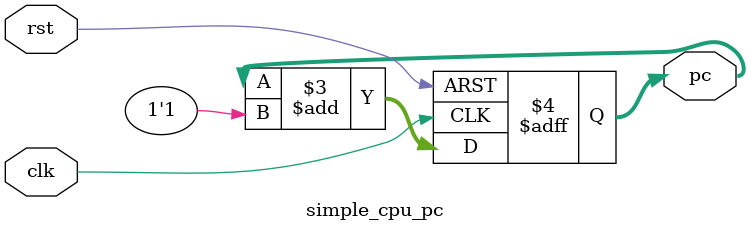
<source format=sv>
module simple_cpu_pc(clk,rst,pc);
input logic clk;
input logic rst;
output logic [31:0]pc;

always_ff @ (posedge clk or negedge rst) begin
    if(~rst) begin
        pc <= 32'b0;
    end
    else begin
        pc <= pc + 1'b1;
    end
end
endmodule
</source>
